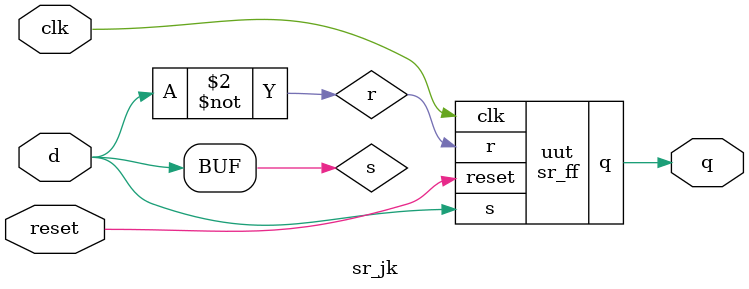
<source format=v>
module sr_ff(
  input s,r,clk,reset,
  output reg q);
  wire qb;
  assign qb=~q;
  always @(posedge clk)begin
    if(!reset)begin
      q<=0;
    end
    else begin
      case({s,r})
        2'b00 : q<=q;
        2'b01 : q<=1'b0;
        2'b10 : q<=1'b1;
        2'b11 : q<=1'bx;
      endcase
    end
  end
endmodule

module sr_jk(
  input d,clk,reset,
  output q);
  wire s,r,qb;
  sr_ff uut(.s(s),.r(r),.q(q),.clk(clk),.reset(reset));
  assign qb=~q;
  assign s=d;
  assign r=~d;
endmodule

</source>
